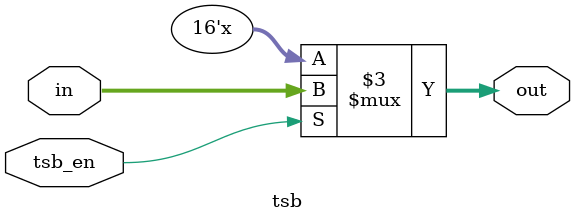
<source format=v>
module tsb(
	input [15:0]	in,
	input tsb_en,
	output reg [15:0]	out

);
	always @(in or tsb_en)
	begin if(tsb_en)
		out = in;
	else out = 16'bZ;
	end
endmodule

</source>
